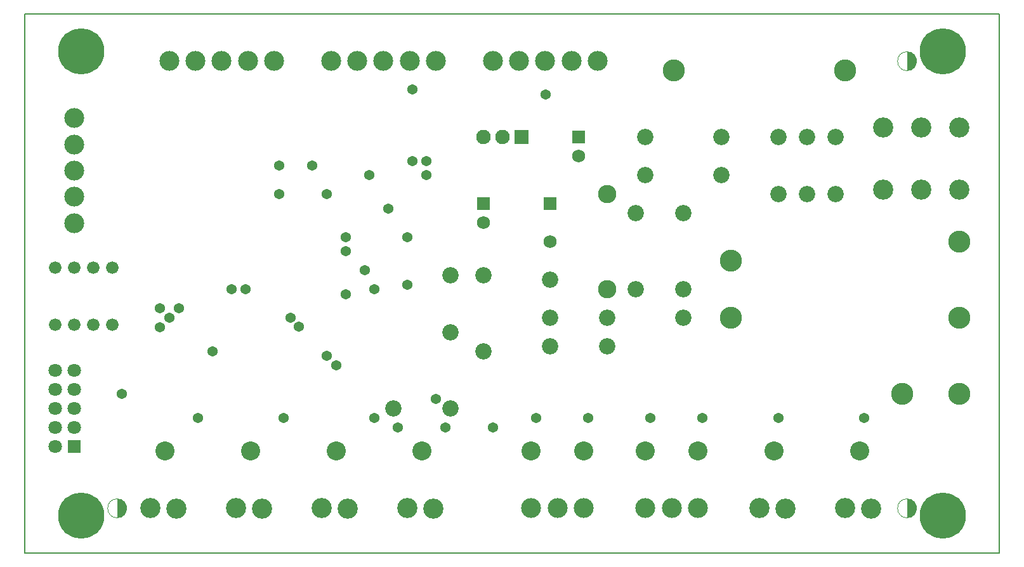
<source format=gbr>
%FSLAX23Y23*%
%MOIN*%
G04 EasyPC Gerber Version 16.0.6 Build 3249 *
%ADD73R,0.06800X0.06800*%
%ADD155R,0.06899X0.06899*%
%ADD24R,0.07100X0.07100*%
%ADD70R,0.07600X0.07600*%
%ADD94C,0.00100*%
%ADD10C,0.00500*%
%ADD87C,0.05400*%
%ADD151C,0.06600*%
%ADD74C,0.06800*%
%ADD156C,0.06899*%
%ADD23C,0.07100*%
%ADD71C,0.07600*%
%ADD75C,0.08600*%
%ADD154C,0.09600*%
%ADD158C,0.10000*%
%ADD157C,0.10443*%
%ADD19C,0.10600*%
%ADD152C,0.11600*%
%ADD153C,0.11600*%
%ADD150C,0.24222*%
X0Y0D02*
D02*
D10*
X5121Y2837D02*
Y3D01*
X3*
Y2837*
X5121*
D02*
D19*
X663Y238D03*
X800Y236D03*
X1113Y238D03*
X1250Y236D03*
X1563Y238D03*
X1700Y236D03*
X2013Y238D03*
X2150Y236D03*
X3863Y238D03*
X4000Y236D03*
X4313Y238D03*
X4450Y236D03*
X4513Y1913D03*
Y2238D03*
X4713Y1913D03*
Y2238D03*
X4913Y1913D03*
Y2238D03*
D02*
D70*
X2613Y2188D03*
D02*
D71*
X2413D03*
X2513D03*
D02*
D23*
X163Y563D03*
Y663D03*
Y763D03*
Y863D03*
Y963D03*
X263Y663D03*
Y763D03*
Y863D03*
Y963D03*
D02*
D24*
Y563D03*
D02*
D73*
X2413Y1838D03*
X2913Y2188D03*
D02*
D74*
X2413Y1738D03*
X2913Y2088D03*
D02*
D75*
X1938Y763D03*
X2238D03*
Y1163D03*
Y1463D03*
X2413Y1063D03*
Y1463D03*
X2763Y1088D03*
Y1238D03*
Y1438D03*
X3063Y1088D03*
Y1238D03*
X3213Y1388D03*
Y1788D03*
X3263Y1988D03*
Y2188D03*
X3463Y1238D03*
Y1388D03*
Y1788D03*
X3663Y1988D03*
Y2188D03*
X3963Y1888D03*
Y2188D03*
X4113Y1888D03*
Y2188D03*
X4263Y1888D03*
Y2188D03*
D02*
D87*
X513Y838D03*
X713Y1188D03*
Y1288D03*
X763Y1238D03*
X813Y1288D03*
X913Y713D03*
X988Y1063D03*
X1088Y1388D03*
X1163D03*
X1338Y1888D03*
Y2038D03*
X1363Y713D03*
X1398Y1238D03*
X1443Y1193D03*
X1513Y2038D03*
X1588Y1038D03*
Y1888D03*
X1638Y988D03*
X1688Y1363D03*
Y1588D03*
Y1663D03*
X1788Y1488D03*
X1813Y1988D03*
X1838Y713D03*
Y1388D03*
X1913Y1813D03*
X1963Y663D03*
X2013Y1413D03*
Y1663D03*
X2038Y2063D03*
Y2438D03*
X2113Y1988D03*
Y2063D03*
X2163Y813D03*
X2213Y663D03*
X2463D03*
X2688Y713D03*
X2738Y2413D03*
X2963Y713D03*
X3288D03*
X3563D03*
X3963D03*
X4413D03*
D02*
D94*
X488Y288D02*
G75*
G03Y188J-50D01*
G01*
G75*
G03Y288J50*
G01*
G36*
G75*
G03Y188J-50*
G01*
G75*
G03Y288J50*
G01*
G37*
X4638D02*
G75*
G03Y188J-50D01*
G01*
G75*
G03Y288J50*
G01*
G36*
G75*
G03Y188J-50*
G01*
G75*
G03Y288J50*
G01*
G37*
Y2638D02*
G75*
G03Y2538J-50D01*
G01*
G75*
G03Y2638J50*
G01*
G36*
G75*
G03Y2538J-50*
G01*
G75*
G03Y2638J50*
G01*
G37*
D02*
D150*
X298Y199D03*
Y2640D03*
X4825Y199D03*
Y2640D03*
D02*
D151*
X163Y1203D03*
Y1503D03*
X263Y1203D03*
Y1503D03*
X363Y1203D03*
Y1503D03*
X463Y1203D03*
Y1503D03*
D02*
D152*
X3713Y1238D03*
Y1538D03*
X4613Y838D03*
X4913D03*
Y1238D03*
Y1638D03*
D02*
D153*
X3413Y2538D03*
X4313D03*
D02*
D154*
X3063Y1388D03*
Y1888D03*
D02*
D155*
X2763Y1838D03*
D02*
D156*
Y1638D03*
D02*
D157*
X263Y1737D03*
Y1875D03*
Y2012D03*
Y2150D03*
Y2288D03*
X762Y2588D03*
X899D03*
X1037D03*
X1175D03*
X1313D03*
X1612D03*
X1749D03*
X1887D03*
X2025D03*
X2163D03*
X2462D03*
X2599D03*
X2663Y238D03*
X2737Y2588D03*
X2801Y238D03*
X2875Y2588D03*
X2938Y238D03*
X3013Y2588D03*
X3263Y238D03*
X3401D03*
X3538D03*
D02*
D158*
X738Y538D03*
X1188D03*
X1638D03*
X2088D03*
X2663D03*
X2938D03*
X3263D03*
X3538D03*
X3938D03*
X4388D03*
X0Y0D02*
M02*

</source>
